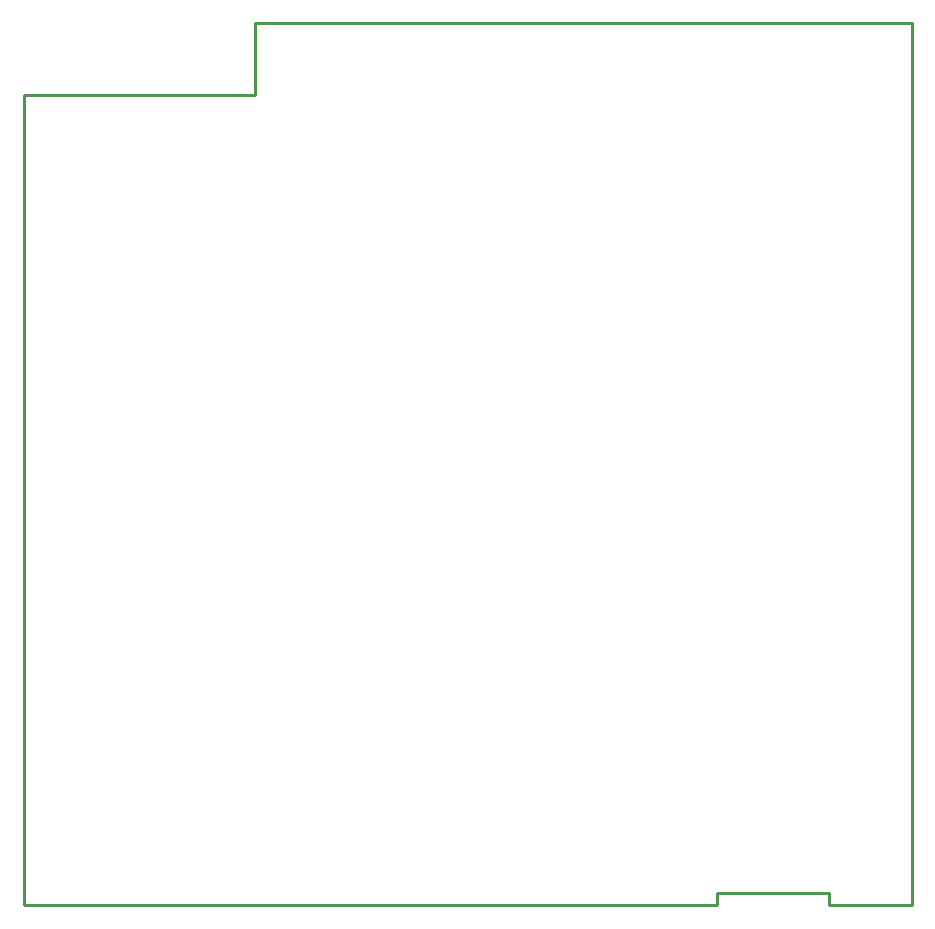
<source format=gbr>
G04 #@! TF.GenerationSoftware,KiCad,Pcbnew,5.1.0-rc2-unknown-036be7d~80~ubuntu16.04.1*
G04 #@! TF.CreationDate,2019-04-19T14:17:20+03:00*
G04 #@! TF.ProjectId,ESP32-EVB_Rev_H,45535033-322d-4455-9642-5f5265765f48,H*
G04 #@! TF.SameCoordinates,Original*
G04 #@! TF.FileFunction,Profile,NP*
%FSLAX46Y46*%
G04 Gerber Fmt 4.6, Leading zero omitted, Abs format (unit mm)*
G04 Created by KiCad (PCBNEW 5.1.0-rc2-unknown-036be7d~80~ubuntu16.04.1) date 2019-04-19 14:17:20*
%MOMM*%
%LPD*%
G04 APERTURE LIST*
%ADD10C,0.254000*%
G04 APERTURE END LIST*
D10*
X137795000Y-141732000D02*
X144780000Y-141732000D01*
X137795000Y-140716000D02*
X137795000Y-141732000D01*
X128270000Y-140716000D02*
X137795000Y-140716000D01*
X128270000Y-141732000D02*
X128270000Y-140716000D01*
X69596000Y-141732000D02*
X128270000Y-141732000D01*
X89154000Y-67056000D02*
X144780000Y-67056000D01*
X89154000Y-73152000D02*
X89154000Y-67056000D01*
X69596000Y-73152000D02*
X89154000Y-73152000D01*
X69596000Y-141732000D02*
X69596000Y-73152000D01*
X144780000Y-141732000D02*
X144780000Y-67056000D01*
M02*

</source>
